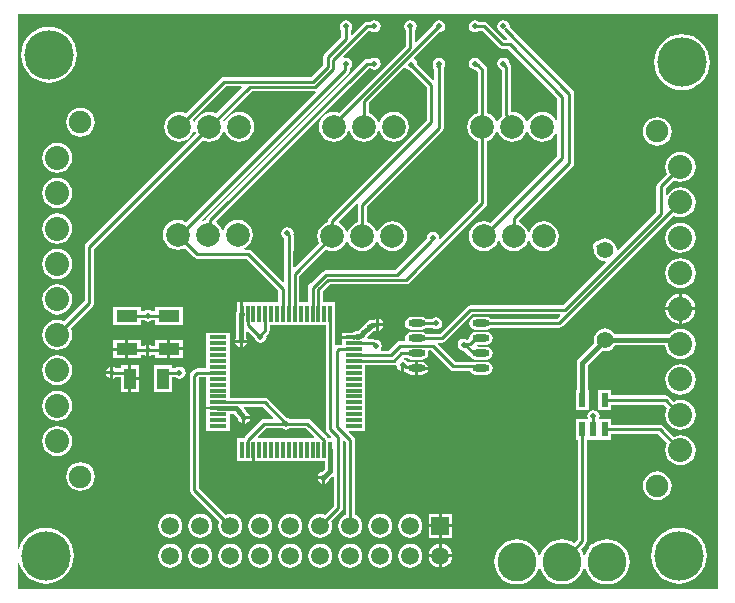
<source format=gtl>
G04*
G04 #@! TF.GenerationSoftware,Altium Limited,Altium Designer,20.0.9 (164)*
G04*
G04 Layer_Physical_Order=1*
G04 Layer_Color=255*
%FSLAX25Y25*%
%MOIN*%
G70*
G01*
G75*
%ADD12C,0.01000*%
%ADD19R,0.02362X0.04724*%
%ADD20O,0.05709X0.02362*%
%ADD21R,0.07165X0.04016*%
%ADD22R,0.05709X0.01181*%
%ADD23R,0.01181X0.05709*%
%ADD24R,0.04016X0.07165*%
%ADD40C,0.01500*%
%ADD41C,0.05512*%
%ADD42C,0.07874*%
%ADD43C,0.13000*%
%ADD44C,0.16500*%
%ADD45C,0.05906*%
%ADD46R,0.05906X0.05906*%
%ADD47C,0.07500*%
%ADD48C,0.08000*%
%ADD49C,0.02000*%
G36*
X234971Y1529D02*
X1529D01*
Y10133D01*
X2029Y10207D01*
X2413Y8943D01*
X3272Y7336D01*
X4428Y5928D01*
X5836Y4772D01*
X7443Y3913D01*
X9187Y3384D01*
X11000Y3205D01*
X12813Y3384D01*
X14557Y3913D01*
X16164Y4772D01*
X17572Y5928D01*
X18728Y7336D01*
X19587Y8943D01*
X20116Y10687D01*
X20295Y12500D01*
X20116Y14313D01*
X19587Y16057D01*
X18728Y17664D01*
X17572Y19072D01*
X16164Y20228D01*
X14557Y21087D01*
X12813Y21616D01*
X11000Y21795D01*
X9187Y21616D01*
X7443Y21087D01*
X5836Y20228D01*
X4428Y19072D01*
X3272Y17664D01*
X2413Y16057D01*
X2029Y14793D01*
X1529Y14867D01*
Y192971D01*
X234971D01*
Y1529D01*
D02*
G37*
%LPC*%
G36*
X163500Y191039D02*
X162720Y190884D01*
X162058Y190442D01*
X161616Y189780D01*
X161461Y189000D01*
X161616Y188220D01*
X162058Y187558D01*
X162720Y187116D01*
X162828Y187095D01*
X162999Y186839D01*
X164846Y184991D01*
X164655Y184529D01*
X163634D01*
X158081Y190081D01*
X157585Y190413D01*
X157000Y190529D01*
X155311D01*
X154780Y190884D01*
X154000Y191039D01*
X153220Y190884D01*
X152558Y190442D01*
X152116Y189780D01*
X151961Y189000D01*
X152116Y188220D01*
X152558Y187558D01*
X153220Y187116D01*
X154000Y186961D01*
X154780Y187116D01*
X155311Y187471D01*
X156367D01*
X161919Y181919D01*
X162415Y181587D01*
X163000Y181471D01*
X164919D01*
X181471Y164919D01*
Y157708D01*
X180971Y157608D01*
X180813Y157990D01*
X180021Y159021D01*
X178990Y159812D01*
X177789Y160310D01*
X176500Y160480D01*
X175211Y160310D01*
X174010Y159812D01*
X172979Y159021D01*
X172187Y157990D01*
X171771Y156983D01*
X171229D01*
X170812Y157990D01*
X170021Y159021D01*
X168990Y159812D01*
X167789Y160310D01*
X166500Y160480D01*
X166405Y160467D01*
X166029Y160797D01*
Y175414D01*
X165913Y175999D01*
X165581Y176496D01*
X165530Y176547D01*
X165384Y177280D01*
X164942Y177942D01*
X164280Y178384D01*
X163500Y178539D01*
X162720Y178384D01*
X162058Y177942D01*
X161616Y177280D01*
X161461Y176500D01*
X161616Y175720D01*
X162058Y175058D01*
X162720Y174616D01*
X162971Y174566D01*
Y159360D01*
X163030Y159061D01*
X162979Y159021D01*
X162188Y157990D01*
X161771Y156983D01*
X161229D01*
X160812Y157990D01*
X160021Y159021D01*
X158990Y159812D01*
X158029Y160210D01*
Y174500D01*
X157913Y175085D01*
X157581Y175581D01*
X156081Y177081D01*
X155899Y177203D01*
X155884Y177280D01*
X155442Y177942D01*
X154780Y178384D01*
X154000Y178539D01*
X153220Y178384D01*
X152558Y177942D01*
X152116Y177280D01*
X151961Y176500D01*
X152116Y175720D01*
X152558Y175058D01*
X153220Y174616D01*
X154000Y174461D01*
X154314Y174523D01*
X154971Y173866D01*
Y160210D01*
X154010Y159812D01*
X152979Y159021D01*
X152188Y157990D01*
X151690Y156789D01*
X151520Y155500D01*
X151690Y154211D01*
X152188Y153010D01*
X152979Y151979D01*
X154010Y151188D01*
X154971Y150790D01*
Y130633D01*
X142477Y118140D01*
X142017Y118387D01*
X142039Y118500D01*
X141884Y119280D01*
X141442Y119942D01*
X140780Y120384D01*
X140000Y120539D01*
X139220Y120384D01*
X138558Y119942D01*
X138116Y119280D01*
X137961Y118500D01*
X138023Y118186D01*
X127466Y107629D01*
X104337D01*
X103752Y107513D01*
X103256Y107181D01*
X99364Y103289D01*
X99273Y103271D01*
X98777Y102940D01*
X98445Y102444D01*
X98329Y101858D01*
Y96992D01*
X95482D01*
Y105819D01*
X104251Y114588D01*
X105211Y114190D01*
X106500Y114020D01*
X107789Y114190D01*
X108990Y114688D01*
X110021Y115479D01*
X110812Y116510D01*
X111229Y117517D01*
X111771D01*
X112188Y116510D01*
X112979Y115479D01*
X114010Y114688D01*
X115211Y114190D01*
X116500Y114020D01*
X117789Y114190D01*
X118990Y114688D01*
X120021Y115479D01*
X120812Y116510D01*
X121229Y117517D01*
X121771D01*
X122187Y116510D01*
X122979Y115479D01*
X124010Y114688D01*
X125211Y114190D01*
X126500Y114020D01*
X127789Y114190D01*
X128990Y114688D01*
X130021Y115479D01*
X130813Y116510D01*
X131310Y117711D01*
X131480Y119000D01*
X131310Y120289D01*
X130813Y121490D01*
X130021Y122521D01*
X128990Y123312D01*
X127789Y123810D01*
X126500Y123980D01*
X125211Y123810D01*
X124010Y123312D01*
X122979Y122521D01*
X122187Y121490D01*
X121771Y120483D01*
X121229D01*
X120812Y121490D01*
X120021Y122521D01*
X118990Y123312D01*
X118029Y123710D01*
Y128867D01*
X143081Y153919D01*
X143413Y154415D01*
X143529Y155000D01*
Y175189D01*
X143884Y175720D01*
X144039Y176500D01*
X143884Y177280D01*
X143442Y177942D01*
X142780Y178384D01*
X142000Y178539D01*
X141220Y178384D01*
X140558Y177942D01*
X140116Y177280D01*
X139961Y176500D01*
X140042Y176090D01*
X139971Y175729D01*
X140087Y175144D01*
X140419Y174648D01*
X140471Y174613D01*
Y171346D01*
X140009Y171154D01*
X134776Y176387D01*
X134652Y177013D01*
X134210Y177674D01*
X133811Y177941D01*
X133717Y178554D01*
X142154Y186992D01*
X142780Y187116D01*
X143442Y187558D01*
X143884Y188220D01*
X144039Y189000D01*
X143884Y189780D01*
X143442Y190442D01*
X142780Y190884D01*
X142000Y191039D01*
X141220Y190884D01*
X140558Y190442D01*
X140116Y189780D01*
X139991Y189154D01*
X134491Y183654D01*
X134029Y183846D01*
Y187689D01*
X134384Y188220D01*
X134539Y189000D01*
X134384Y189780D01*
X133942Y190442D01*
X133280Y190884D01*
X132500Y191039D01*
X131720Y190884D01*
X131058Y190442D01*
X130616Y189780D01*
X130461Y189000D01*
X130616Y188220D01*
X130971Y187689D01*
Y182396D01*
X108710Y160135D01*
X108289Y160310D01*
X107000Y160480D01*
X105711Y160310D01*
X104510Y159812D01*
X103479Y159021D01*
X102688Y157990D01*
X102190Y156789D01*
X102020Y155500D01*
X102190Y154211D01*
X102688Y153010D01*
X103479Y151979D01*
X104510Y151188D01*
X105711Y150690D01*
X107000Y150520D01*
X108289Y150690D01*
X109490Y151188D01*
X110521Y151979D01*
X111312Y153010D01*
X111729Y154017D01*
X112271D01*
X112688Y153010D01*
X113479Y151979D01*
X114510Y151188D01*
X115711Y150690D01*
X117000Y150520D01*
X118289Y150690D01*
X119490Y151188D01*
X120521Y151979D01*
X121312Y153010D01*
X121729Y154017D01*
X122271D01*
X122687Y153010D01*
X123479Y151979D01*
X124510Y151188D01*
X125711Y150690D01*
X127000Y150520D01*
X128289Y150690D01*
X129490Y151188D01*
X130521Y151979D01*
X131313Y153010D01*
X131810Y154211D01*
X131980Y155500D01*
X131810Y156789D01*
X131313Y157990D01*
X130521Y159021D01*
X129490Y159812D01*
X128289Y160310D01*
X127000Y160480D01*
X125711Y160310D01*
X124510Y159812D01*
X123479Y159021D01*
X122687Y157990D01*
X122271Y156983D01*
X121729D01*
X121312Y157990D01*
X120521Y159021D01*
X119490Y159812D01*
X118529Y160210D01*
Y163366D01*
X130446Y175283D01*
X131059Y175189D01*
X131326Y174790D01*
X131987Y174348D01*
X132613Y174224D01*
X137971Y168867D01*
Y157633D01*
X105419Y125081D01*
X105087Y124585D01*
X104971Y124000D01*
Y123710D01*
X104010Y123312D01*
X102979Y122521D01*
X102188Y121490D01*
X101690Y120289D01*
X101520Y119000D01*
X101690Y117711D01*
X102088Y116751D01*
X93985Y108648D01*
X93523Y108839D01*
X93529Y119499D01*
X93484Y119725D01*
X93539Y120000D01*
X93384Y120780D01*
X92942Y121442D01*
X92280Y121884D01*
X91500Y122039D01*
X90720Y121884D01*
X90058Y121442D01*
X89616Y120780D01*
X89461Y120000D01*
X89616Y119220D01*
X90058Y118558D01*
X90470Y118283D01*
X90461Y103855D01*
X89999Y103664D01*
X79581Y114081D01*
X79085Y114413D01*
X78500Y114529D01*
X77207D01*
X77108Y115029D01*
X77490Y115188D01*
X78521Y115979D01*
X79312Y117010D01*
X79810Y118211D01*
X79980Y119500D01*
X79810Y120789D01*
X79312Y121990D01*
X78521Y123021D01*
X77490Y123812D01*
X76289Y124310D01*
X75000Y124480D01*
X73711Y124310D01*
X72510Y123812D01*
X71479Y123021D01*
X70688Y121990D01*
X70271Y120983D01*
X69729D01*
X69313Y121990D01*
X68521Y123021D01*
X67882Y123512D01*
X67838Y124175D01*
X118633Y174971D01*
X119189D01*
X119720Y174616D01*
X120500Y174461D01*
X121280Y174616D01*
X121942Y175058D01*
X122384Y175720D01*
X122539Y176500D01*
X122384Y177280D01*
X121942Y177942D01*
X121280Y178384D01*
X120500Y178539D01*
X119720Y178384D01*
X119189Y178029D01*
X118000D01*
X117415Y177913D01*
X116919Y177581D01*
X64763Y125426D01*
X64432Y124930D01*
X64324Y124391D01*
X63711Y124310D01*
X63296Y124138D01*
X63013Y124562D01*
X111890Y173439D01*
X112222Y173935D01*
X112338Y174521D01*
Y174620D01*
X112356Y174709D01*
Y175001D01*
X112442Y175058D01*
X112884Y175720D01*
X113039Y176500D01*
X112884Y177280D01*
X112442Y177942D01*
X111780Y178384D01*
X111000Y178539D01*
X110263Y178393D01*
X110234Y178415D01*
X110120Y178958D01*
X118633Y187471D01*
X119189D01*
X119720Y187116D01*
X120500Y186961D01*
X121280Y187116D01*
X121942Y187558D01*
X122384Y188220D01*
X122539Y189000D01*
X122384Y189780D01*
X121942Y190442D01*
X121280Y190884D01*
X120500Y191039D01*
X119720Y190884D01*
X119189Y190529D01*
X118000D01*
X117415Y190413D01*
X116919Y190081D01*
X112991Y186154D01*
X112529Y186346D01*
Y187689D01*
X112884Y188220D01*
X113039Y189000D01*
X112884Y189780D01*
X112442Y190442D01*
X111780Y190884D01*
X111000Y191039D01*
X110220Y190884D01*
X109558Y190442D01*
X109116Y189780D01*
X108961Y189000D01*
X109116Y188220D01*
X109471Y187689D01*
Y185480D01*
X103919Y179928D01*
X103587Y179431D01*
X103471Y178846D01*
Y176134D01*
X99366Y172029D01*
X70500D01*
X69915Y171913D01*
X69419Y171581D01*
X57749Y159912D01*
X56789Y160310D01*
X55500Y160480D01*
X54211Y160310D01*
X53010Y159812D01*
X51979Y159021D01*
X51187Y157990D01*
X50690Y156789D01*
X50520Y155500D01*
X50690Y154211D01*
X51187Y153010D01*
X51979Y151979D01*
X53010Y151188D01*
X54211Y150690D01*
X55500Y150520D01*
X56789Y150690D01*
X57990Y151188D01*
X59021Y151979D01*
X59812Y153010D01*
X60229Y154017D01*
X60771D01*
X61088Y153251D01*
X24419Y116581D01*
X24087Y116085D01*
X23971Y115500D01*
Y97484D01*
X17081Y90594D01*
X16089Y91005D01*
X14783Y91177D01*
X13478Y91005D01*
X12262Y90501D01*
X11217Y89700D01*
X10416Y88655D01*
X9912Y87439D01*
X9740Y86134D01*
X9912Y84829D01*
X10416Y83612D01*
X11217Y82568D01*
X12262Y81766D01*
X13478Y81262D01*
X14783Y81091D01*
X16089Y81262D01*
X17305Y81766D01*
X18349Y82568D01*
X19151Y83612D01*
X19655Y84829D01*
X19827Y86134D01*
X19655Y87439D01*
X19244Y88431D01*
X26581Y95769D01*
X26913Y96265D01*
X27029Y96850D01*
Y114866D01*
X63251Y151088D01*
X64211Y150690D01*
X65500Y150520D01*
X66789Y150690D01*
X67990Y151188D01*
X69021Y151979D01*
X69813Y153010D01*
X70229Y154017D01*
X70771D01*
X71188Y153010D01*
X71979Y151979D01*
X73010Y151188D01*
X74211Y150690D01*
X75500Y150520D01*
X76789Y150690D01*
X77990Y151188D01*
X79021Y151979D01*
X79813Y153010D01*
X80310Y154211D01*
X80480Y155500D01*
X80310Y156789D01*
X79813Y157990D01*
X79021Y159021D01*
X77990Y159812D01*
X76789Y160310D01*
X75500Y160480D01*
X74211Y160310D01*
X73010Y159812D01*
X71979Y159021D01*
X71188Y157990D01*
X70771Y156983D01*
X70229D01*
X69912Y157749D01*
X79533Y167371D01*
X100663D01*
X100820Y167402D01*
X101067Y166941D01*
X57743Y123618D01*
X57490Y123812D01*
X56289Y124310D01*
X55000Y124480D01*
X53711Y124310D01*
X52510Y123812D01*
X51479Y123021D01*
X50687Y121990D01*
X50190Y120789D01*
X50020Y119500D01*
X50190Y118211D01*
X50687Y117010D01*
X51479Y115979D01*
X52510Y115188D01*
X53711Y114690D01*
X55000Y114520D01*
X56289Y114690D01*
X57249Y115088D01*
X60419Y111919D01*
X60915Y111587D01*
X61500Y111471D01*
X77867D01*
X88486Y100851D01*
Y96992D01*
X76614D01*
Y93138D01*
X75736D01*
Y96992D01*
X74646D01*
Y93986D01*
X74428Y93661D01*
X74292Y92978D01*
Y90693D01*
X74268Y90570D01*
Y84982D01*
X74168Y84833D01*
X74112Y84552D01*
X77992D01*
X77936Y84833D01*
X77836Y84982D01*
Y87097D01*
X78298Y87289D01*
X80554Y85034D01*
X80616Y84720D01*
X81058Y84058D01*
X81720Y83616D01*
X82500Y83461D01*
X83280Y83616D01*
X83942Y84058D01*
X84384Y84720D01*
X84539Y85500D01*
X84477Y85814D01*
X85192Y86529D01*
X85523Y87025D01*
X85640Y87610D01*
Y89284D01*
X104234D01*
Y54736D01*
X104351Y54151D01*
X104682Y53655D01*
X106159Y52179D01*
X105967Y51717D01*
X105020D01*
X104786Y52066D01*
X99271Y57581D01*
X98775Y57913D01*
X98190Y58029D01*
X92311D01*
X91780Y58384D01*
X91154Y58508D01*
X84971Y64692D01*
X84475Y65023D01*
X83890Y65140D01*
X72216D01*
Y67925D01*
Y71862D01*
Y75799D01*
Y79736D01*
Y83673D01*
Y86854D01*
X64508D01*
Y83673D01*
Y79736D01*
Y74982D01*
X61453D01*
X60868Y74866D01*
X60371Y74534D01*
X59419Y73581D01*
X59087Y73085D01*
X58971Y72500D01*
Y34500D01*
X59087Y33915D01*
X59419Y33419D01*
X68841Y23996D01*
X68649Y23532D01*
X68513Y22500D01*
X68649Y21468D01*
X69047Y20507D01*
X69681Y19681D01*
X70507Y19047D01*
X71468Y18649D01*
X72500Y18513D01*
X73532Y18649D01*
X74493Y19047D01*
X75319Y19681D01*
X75953Y20507D01*
X76351Y21468D01*
X76487Y22500D01*
X76351Y23532D01*
X75953Y24493D01*
X75319Y25319D01*
X74493Y25953D01*
X73532Y26351D01*
X72500Y26487D01*
X71468Y26351D01*
X71004Y26159D01*
X62029Y35133D01*
Y71867D01*
X62086Y71923D01*
X64508D01*
Y69894D01*
Y65957D01*
Y62020D01*
Y62019D01*
X68362D01*
Y61264D01*
X64508D01*
Y58083D01*
Y54146D01*
X72216D01*
Y56114D01*
Y59857D01*
X73619D01*
X74963Y58513D01*
X74961Y58500D01*
X75116Y57720D01*
X75558Y57058D01*
X76220Y56616D01*
X76500Y56560D01*
Y58500D01*
X77000D01*
Y59000D01*
X78940D01*
X78884Y59280D01*
X78442Y59942D01*
X78159Y60131D01*
X78149Y60183D01*
X77762Y60762D01*
X76904Y61619D01*
X77096Y62081D01*
X83256D01*
X86846Y58491D01*
X86654Y58029D01*
X83811D01*
X83225Y57913D01*
X82729Y57581D01*
X77214Y52066D01*
X76980Y51717D01*
X74646D01*
Y44008D01*
X79796D01*
Y47805D01*
X79807Y47862D01*
X80551D01*
Y44008D01*
X103980D01*
Y41503D01*
X102896Y40419D01*
X102720Y40384D01*
X102058Y39942D01*
X101616Y39280D01*
X101560Y39000D01*
X103500D01*
Y38500D01*
X104000D01*
Y36560D01*
X104280Y36616D01*
X104942Y37058D01*
X105384Y37720D01*
X105419Y37896D01*
X106509Y38985D01*
X106971Y38794D01*
Y29133D01*
X103996Y26159D01*
X103532Y26351D01*
X102500Y26487D01*
X101468Y26351D01*
X100507Y25953D01*
X99681Y25319D01*
X99047Y24493D01*
X98649Y23532D01*
X98513Y22500D01*
X98649Y21468D01*
X99047Y20507D01*
X99681Y19681D01*
X100507Y19047D01*
X101468Y18649D01*
X102500Y18513D01*
X103532Y18649D01*
X104493Y19047D01*
X105319Y19681D01*
X105953Y20507D01*
X106351Y21468D01*
X106487Y22500D01*
X106351Y23532D01*
X106159Y23996D01*
X109581Y27419D01*
X109913Y27915D01*
X110029Y28500D01*
Y50654D01*
X110491Y50846D01*
X110971Y50366D01*
Y26145D01*
X110507Y25953D01*
X109681Y25319D01*
X109047Y24493D01*
X108649Y23532D01*
X108513Y22500D01*
X108649Y21468D01*
X109047Y20507D01*
X109681Y19681D01*
X110507Y19047D01*
X111468Y18649D01*
X112500Y18513D01*
X113532Y18649D01*
X114493Y19047D01*
X115319Y19681D01*
X115953Y20507D01*
X116351Y21468D01*
X116487Y22500D01*
X116351Y23532D01*
X115953Y24493D01*
X115319Y25319D01*
X114493Y25953D01*
X114029Y26145D01*
Y51000D01*
X113913Y51585D01*
X113581Y52081D01*
X111979Y53684D01*
X112171Y54146D01*
X117492D01*
Y56114D01*
Y60051D01*
Y63988D01*
Y67925D01*
Y71862D01*
Y75971D01*
X127000D01*
X127477Y76065D01*
X127527Y76059D01*
X127848Y75888D01*
X128007Y75767D01*
X128116Y75220D01*
X128558Y74558D01*
X129220Y74116D01*
X129500Y74060D01*
Y76000D01*
X130500D01*
Y73833D01*
X131010Y73731D01*
X131095D01*
X131298Y73427D01*
X132019Y72945D01*
X132870Y72776D01*
X134043D01*
Y75000D01*
Y77224D01*
X132870D01*
X132019Y77055D01*
X131799Y76907D01*
X131442Y77442D01*
X130780Y77884D01*
X130345Y77971D01*
X130394Y78471D01*
X131269D01*
X131298Y78427D01*
X132019Y77946D01*
X132870Y77776D01*
X136217D01*
X137068Y77946D01*
X137789Y78427D01*
X138271Y79149D01*
X138441Y80000D01*
X138347Y80471D01*
X138747Y80971D01*
X139289D01*
X145711Y74548D01*
X146208Y74216D01*
X146793Y74100D01*
X152305D01*
X152754Y73427D01*
X153476Y72945D01*
X154327Y72776D01*
X157673D01*
X158524Y72945D01*
X159246Y73427D01*
X159728Y74149D01*
X159897Y75000D01*
X159728Y75851D01*
X159246Y76573D01*
X158524Y77055D01*
X157673Y77224D01*
X154327D01*
X153999Y77159D01*
X147426D01*
X141576Y83009D01*
X141768Y83471D01*
X143000D01*
X143585Y83587D01*
X144081Y83919D01*
X153119Y92956D01*
X182328D01*
X182520Y92494D01*
X181555Y91529D01*
X159274D01*
X159246Y91572D01*
X158524Y92054D01*
X157673Y92224D01*
X154327D01*
X153476Y92054D01*
X152754Y91572D01*
X152272Y90851D01*
X152103Y90000D01*
X152272Y89149D01*
X152754Y88428D01*
X153476Y87945D01*
X154327Y87776D01*
X157673D01*
X158524Y87945D01*
X159246Y88428D01*
X159274Y88471D01*
X182189D01*
X182774Y88587D01*
X183270Y88919D01*
X220203Y125851D01*
X221195Y125440D01*
X222500Y125268D01*
X223805Y125440D01*
X225022Y125944D01*
X226066Y126745D01*
X226868Y127789D01*
X227371Y129006D01*
X227543Y130311D01*
X227371Y131616D01*
X226868Y132833D01*
X226066Y133877D01*
X225022Y134678D01*
X223805Y135182D01*
X222500Y135354D01*
X221195Y135182D01*
X219978Y134678D01*
X218934Y133877D01*
X218132Y132833D01*
X218029Y132584D01*
X217529Y132683D01*
Y134988D01*
X220203Y137662D01*
X221195Y137251D01*
X222500Y137079D01*
X223805Y137251D01*
X225022Y137754D01*
X226066Y138556D01*
X226868Y139600D01*
X227371Y140817D01*
X227543Y142122D01*
X227371Y143427D01*
X226868Y144644D01*
X226066Y145688D01*
X225022Y146490D01*
X223805Y146993D01*
X222500Y147165D01*
X221195Y146993D01*
X219978Y146490D01*
X218934Y145688D01*
X218132Y144644D01*
X217629Y143427D01*
X217457Y142122D01*
X217629Y140817D01*
X218040Y139824D01*
X214919Y136703D01*
X214587Y136207D01*
X214471Y135622D01*
Y127134D01*
X201741Y114404D01*
X201270Y114640D01*
X201159Y115480D01*
X200781Y116394D01*
X200179Y117179D01*
X199394Y117781D01*
X198480Y118159D01*
X197500Y118288D01*
X196519Y118159D01*
X195606Y117781D01*
X194965Y117289D01*
X194741D01*
X194155Y117172D01*
X193659Y116841D01*
X193328Y116345D01*
X193211Y115759D01*
X193328Y115174D01*
X193659Y114678D01*
X193729Y114631D01*
X193712Y114500D01*
X193841Y113520D01*
X194219Y112606D01*
X194821Y111821D01*
X195606Y111219D01*
X196519Y110841D01*
X197360Y110730D01*
X197596Y110259D01*
X183352Y96014D01*
X152485D01*
X151900Y95898D01*
X151403Y95566D01*
X142367Y86529D01*
X137818D01*
X137789Y86572D01*
X137068Y87055D01*
X136217Y87224D01*
X132870D01*
X132019Y87055D01*
X131298Y86572D01*
X130816Y85851D01*
X130646Y85000D01*
X130740Y84529D01*
X130340Y84029D01*
X129000D01*
X128415Y83913D01*
X127919Y83581D01*
X125225Y80888D01*
X122848D01*
X122581Y81388D01*
X122821Y81747D01*
X122976Y82527D01*
X122821Y83308D01*
X122379Y83969D01*
X121717Y84411D01*
X120937Y84567D01*
X120751Y84530D01*
X120484Y84708D01*
X119899Y84825D01*
X118239D01*
X118010Y85248D01*
X118229Y85649D01*
X118230Y85649D01*
X118248Y85695D01*
X118574Y86050D01*
X120062Y87539D01*
X120103Y87555D01*
X120629Y87660D01*
X120641Y87668D01*
X120720Y87616D01*
X121000Y87560D01*
Y89500D01*
Y91440D01*
X120720Y91384D01*
X120207Y91041D01*
X119947Y91093D01*
X119930D01*
X119928Y91092D01*
X119925Y91093D01*
X119918Y91093D01*
X119806Y91070D01*
X119082Y90975D01*
X118291Y90648D01*
X117680Y90179D01*
X117606Y90129D01*
X115678Y88201D01*
X115678Y88201D01*
Y88201D01*
X115360Y87833D01*
X114939Y87264D01*
X114670Y87282D01*
X114565Y87268D01*
X114453Y87283D01*
X113605Y87171D01*
X112840Y86854D01*
X109783D01*
Y85764D01*
X113638D01*
Y84886D01*
X109783D01*
Y82856D01*
X108586D01*
X108001Y82740D01*
X107793Y82601D01*
X107293Y82868D01*
Y89284D01*
X107354D01*
Y96992D01*
X103356D01*
Y100693D01*
X105633Y102971D01*
X131000D01*
X131585Y103087D01*
X132081Y103419D01*
X157581Y128919D01*
X157913Y129415D01*
X158029Y130000D01*
Y150790D01*
X158990Y151188D01*
X160021Y151979D01*
X160812Y153010D01*
X161229Y154017D01*
X161771D01*
X162188Y153010D01*
X162979Y151979D01*
X164010Y151188D01*
X165211Y150690D01*
X166500Y150520D01*
X167789Y150690D01*
X168990Y151188D01*
X170021Y151979D01*
X170812Y153010D01*
X171229Y154017D01*
X171771D01*
X172187Y153010D01*
X172979Y151979D01*
X174010Y151188D01*
X175211Y150690D01*
X176500Y150520D01*
X177789Y150690D01*
X178990Y151188D01*
X180021Y151979D01*
X180813Y153010D01*
X180971Y153392D01*
X181471Y153293D01*
Y145633D01*
X159249Y123412D01*
X158289Y123810D01*
X157000Y123980D01*
X155711Y123810D01*
X154510Y123312D01*
X153479Y122521D01*
X152688Y121490D01*
X152190Y120289D01*
X152020Y119000D01*
X152190Y117711D01*
X152688Y116510D01*
X153479Y115479D01*
X154510Y114688D01*
X155711Y114190D01*
X157000Y114020D01*
X158289Y114190D01*
X159490Y114688D01*
X160521Y115479D01*
X161312Y116510D01*
X161729Y117517D01*
X162271D01*
X162688Y116510D01*
X163479Y115479D01*
X164510Y114688D01*
X165711Y114190D01*
X167000Y114020D01*
X168289Y114190D01*
X169490Y114688D01*
X170521Y115479D01*
X171312Y116510D01*
X171729Y117517D01*
X172271D01*
X172687Y116510D01*
X173479Y115479D01*
X174510Y114688D01*
X175711Y114190D01*
X177000Y114020D01*
X178289Y114190D01*
X179490Y114688D01*
X180521Y115479D01*
X181313Y116510D01*
X181810Y117711D01*
X181980Y119000D01*
X181810Y120289D01*
X181313Y121490D01*
X180521Y122521D01*
X179490Y123312D01*
X178289Y123810D01*
X177000Y123980D01*
X175711Y123810D01*
X174510Y123312D01*
X173479Y122521D01*
X172687Y121490D01*
X172271Y120483D01*
X171729D01*
X171312Y121490D01*
X170521Y122521D01*
X169490Y123312D01*
X168529Y123710D01*
Y124297D01*
X186581Y142349D01*
X186913Y142845D01*
X187029Y143430D01*
Y166500D01*
X186913Y167085D01*
X186581Y167581D01*
X165477Y188686D01*
X165539Y189000D01*
X165384Y189780D01*
X164942Y190442D01*
X164280Y190884D01*
X163500Y191039D01*
D02*
G37*
G36*
X12000Y188795D02*
X10187Y188616D01*
X8443Y188087D01*
X6836Y187228D01*
X5428Y186072D01*
X4272Y184664D01*
X3413Y183057D01*
X2884Y181313D01*
X2705Y179500D01*
X2884Y177687D01*
X3413Y175943D01*
X4272Y174336D01*
X5428Y172928D01*
X6836Y171772D01*
X8443Y170913D01*
X10187Y170384D01*
X12000Y170205D01*
X13813Y170384D01*
X15557Y170913D01*
X17164Y171772D01*
X18572Y172928D01*
X19728Y174336D01*
X20587Y175943D01*
X21116Y177687D01*
X21295Y179500D01*
X21116Y181313D01*
X20587Y183057D01*
X19728Y184664D01*
X18572Y186072D01*
X17164Y187228D01*
X15557Y188087D01*
X13813Y188616D01*
X12000Y188795D01*
D02*
G37*
G36*
X223000Y186295D02*
X221187Y186116D01*
X219443Y185587D01*
X217836Y184728D01*
X216428Y183572D01*
X215272Y182164D01*
X214413Y180557D01*
X213884Y178813D01*
X213705Y177000D01*
X213884Y175187D01*
X214413Y173443D01*
X215272Y171836D01*
X216428Y170428D01*
X217836Y169272D01*
X219443Y168413D01*
X221187Y167884D01*
X223000Y167705D01*
X224813Y167884D01*
X226557Y168413D01*
X228164Y169272D01*
X229572Y170428D01*
X230728Y171836D01*
X231587Y173443D01*
X232116Y175187D01*
X232295Y177000D01*
X232116Y178813D01*
X231587Y180557D01*
X230728Y182164D01*
X229572Y183572D01*
X228164Y184728D01*
X226557Y185587D01*
X224813Y186116D01*
X223000Y186295D01*
D02*
G37*
G36*
X22500Y161791D02*
X21260Y161628D01*
X20105Y161149D01*
X19112Y160388D01*
X18351Y159396D01*
X17872Y158240D01*
X17709Y157000D01*
X17872Y155760D01*
X18351Y154604D01*
X19112Y153612D01*
X20105Y152851D01*
X21260Y152372D01*
X22500Y152209D01*
X23740Y152372D01*
X24895Y152851D01*
X25888Y153612D01*
X26649Y154604D01*
X27128Y155760D01*
X27291Y157000D01*
X27128Y158240D01*
X26649Y159396D01*
X25888Y160388D01*
X24895Y161149D01*
X23740Y161628D01*
X22500Y161791D01*
D02*
G37*
G36*
X214783Y158724D02*
X213543Y158561D01*
X212388Y158082D01*
X211396Y157321D01*
X210634Y156328D01*
X210156Y155173D01*
X209992Y153933D01*
X210156Y152693D01*
X210634Y151538D01*
X211396Y150545D01*
X212388Y149784D01*
X213543Y149305D01*
X214783Y149142D01*
X216023Y149305D01*
X217179Y149784D01*
X218171Y150545D01*
X218933Y151538D01*
X219411Y152693D01*
X219574Y153933D01*
X219411Y155173D01*
X218933Y156328D01*
X218171Y157321D01*
X217179Y158082D01*
X216023Y158561D01*
X214783Y158724D01*
D02*
G37*
G36*
X14783Y150232D02*
X13478Y150060D01*
X12262Y149556D01*
X11217Y148755D01*
X10416Y147710D01*
X9912Y146494D01*
X9740Y145189D01*
X9912Y143884D01*
X10416Y142667D01*
X11217Y141623D01*
X12262Y140821D01*
X13478Y140317D01*
X14783Y140146D01*
X16089Y140317D01*
X17305Y140821D01*
X18349Y141623D01*
X19151Y142667D01*
X19655Y143884D01*
X19827Y145189D01*
X19655Y146494D01*
X19151Y147710D01*
X18349Y148755D01*
X17305Y149556D01*
X16089Y150060D01*
X14783Y150232D01*
D02*
G37*
G36*
Y138421D02*
X13478Y138249D01*
X12262Y137745D01*
X11217Y136944D01*
X10416Y135899D01*
X9912Y134683D01*
X9740Y133378D01*
X9912Y132072D01*
X10416Y130856D01*
X11217Y129812D01*
X12262Y129010D01*
X13478Y128507D01*
X14783Y128335D01*
X16089Y128507D01*
X17305Y129010D01*
X18349Y129812D01*
X19151Y130856D01*
X19655Y132072D01*
X19827Y133378D01*
X19655Y134683D01*
X19151Y135899D01*
X18349Y136944D01*
X17305Y137745D01*
X16089Y138249D01*
X14783Y138421D01*
D02*
G37*
G36*
Y126610D02*
X13478Y126438D01*
X12262Y125934D01*
X11217Y125133D01*
X10416Y124088D01*
X9912Y122872D01*
X9740Y121567D01*
X9912Y120262D01*
X10416Y119045D01*
X11217Y118001D01*
X12262Y117199D01*
X13478Y116695D01*
X14783Y116524D01*
X16089Y116695D01*
X17305Y117199D01*
X18349Y118001D01*
X19151Y119045D01*
X19655Y120262D01*
X19827Y121567D01*
X19655Y122872D01*
X19151Y124088D01*
X18349Y125133D01*
X17305Y125934D01*
X16089Y126438D01*
X14783Y126610D01*
D02*
G37*
G36*
X222500Y123543D02*
X221195Y123371D01*
X219978Y122868D01*
X218934Y122066D01*
X218132Y121022D01*
X217629Y119805D01*
X217457Y118500D01*
X217629Y117195D01*
X218132Y115978D01*
X218934Y114934D01*
X219978Y114132D01*
X221195Y113629D01*
X222500Y113457D01*
X223805Y113629D01*
X225022Y114132D01*
X226066Y114934D01*
X226868Y115978D01*
X227371Y117195D01*
X227543Y118500D01*
X227371Y119805D01*
X226868Y121022D01*
X226066Y122066D01*
X225022Y122868D01*
X223805Y123371D01*
X222500Y123543D01*
D02*
G37*
G36*
X14783Y114799D02*
X13478Y114627D01*
X12262Y114123D01*
X11217Y113322D01*
X10416Y112277D01*
X9912Y111061D01*
X9740Y109756D01*
X9912Y108450D01*
X10416Y107234D01*
X11217Y106190D01*
X12262Y105388D01*
X13478Y104885D01*
X14783Y104713D01*
X16089Y104885D01*
X17305Y105388D01*
X18349Y106190D01*
X19151Y107234D01*
X19655Y108450D01*
X19827Y109756D01*
X19655Y111061D01*
X19151Y112277D01*
X18349Y113322D01*
X17305Y114123D01*
X16089Y114627D01*
X14783Y114799D01*
D02*
G37*
G36*
X222500Y111732D02*
X221195Y111560D01*
X219978Y111056D01*
X218934Y110255D01*
X218132Y109211D01*
X217629Y107994D01*
X217457Y106689D01*
X217629Y105384D01*
X218132Y104167D01*
X218934Y103123D01*
X219978Y102322D01*
X221195Y101818D01*
X222500Y101646D01*
X223805Y101818D01*
X225022Y102322D01*
X226066Y103123D01*
X226868Y104167D01*
X227371Y105384D01*
X227543Y106689D01*
X227371Y107994D01*
X226868Y109211D01*
X226066Y110255D01*
X225022Y111056D01*
X223805Y111560D01*
X222500Y111732D01*
D02*
G37*
G36*
X223000Y99855D02*
Y95378D01*
X227477D01*
X227371Y96183D01*
X226868Y97400D01*
X226066Y98444D01*
X225022Y99246D01*
X223805Y99749D01*
X223000Y99855D01*
D02*
G37*
G36*
X222000D02*
X221195Y99749D01*
X219978Y99246D01*
X218934Y98444D01*
X218132Y97400D01*
X217629Y96183D01*
X217523Y95378D01*
X222000D01*
Y99855D01*
D02*
G37*
G36*
X56583Y95520D02*
X47417D01*
Y94029D01*
X46311D01*
X45780Y94384D01*
X45000Y94539D01*
X44220Y94384D01*
X43689Y94029D01*
X42583D01*
Y95358D01*
X33417D01*
Y89343D01*
X42583D01*
Y90971D01*
X43689D01*
X44220Y90616D01*
X45000Y90461D01*
X45780Y90616D01*
X46311Y90971D01*
X47417D01*
Y89504D01*
X56583D01*
Y95520D01*
D02*
G37*
G36*
X14783Y102988D02*
X13478Y102816D01*
X12262Y102312D01*
X11217Y101511D01*
X10416Y100466D01*
X9912Y99250D01*
X9740Y97945D01*
X9912Y96640D01*
X10416Y95423D01*
X11217Y94379D01*
X12262Y93577D01*
X13478Y93073D01*
X14783Y92902D01*
X16089Y93073D01*
X17305Y93577D01*
X18349Y94379D01*
X19151Y95423D01*
X19655Y96640D01*
X19827Y97945D01*
X19655Y99250D01*
X19151Y100466D01*
X18349Y101511D01*
X17305Y102312D01*
X16089Y102816D01*
X14783Y102988D01*
D02*
G37*
G36*
X122000Y91440D02*
Y90000D01*
X123440D01*
X123384Y90280D01*
X122942Y90942D01*
X122280Y91384D01*
X122000Y91440D01*
D02*
G37*
G36*
X227477Y94378D02*
X223000D01*
Y89901D01*
X223805Y90007D01*
X225022Y90510D01*
X226066Y91312D01*
X226868Y92356D01*
X227371Y93573D01*
X227477Y94378D01*
D02*
G37*
G36*
X222000D02*
X217523D01*
X217629Y93573D01*
X218132Y92356D01*
X218934Y91312D01*
X219978Y90510D01*
X221195Y90007D01*
X222000Y89901D01*
Y94378D01*
D02*
G37*
G36*
X136217Y92224D02*
X132870D01*
X132019Y92054D01*
X131298Y91572D01*
X130816Y90851D01*
X130646Y90000D01*
X130816Y89149D01*
X131298Y88428D01*
X132019Y87945D01*
X132870Y87776D01*
X136217D01*
X137068Y87945D01*
X137789Y88428D01*
X137818Y88471D01*
X139689D01*
X140220Y88116D01*
X141000Y87961D01*
X141780Y88116D01*
X142442Y88558D01*
X142884Y89220D01*
X143039Y90000D01*
X142884Y90780D01*
X142442Y91442D01*
X141780Y91884D01*
X141000Y92039D01*
X140220Y91884D01*
X139689Y91529D01*
X137818D01*
X137789Y91572D01*
X137068Y92054D01*
X136217Y92224D01*
D02*
G37*
G36*
X123440Y89000D02*
X122000D01*
Y87560D01*
X122280Y87616D01*
X122942Y88058D01*
X123384Y88720D01*
X123440Y89000D01*
D02*
G37*
G36*
X157673Y87224D02*
X154327D01*
X153476Y87055D01*
X152754Y86572D01*
X152272Y85851D01*
X152103Y85000D01*
X152113Y84949D01*
X151693Y84529D01*
X151259D01*
X151015Y84693D01*
X150234Y84848D01*
X149454Y84693D01*
X148792Y84251D01*
X148350Y83589D01*
X148195Y82809D01*
X148350Y82028D01*
X148792Y81367D01*
X149454Y80925D01*
X150234Y80769D01*
X150512Y80825D01*
X152158Y79179D01*
X152328Y79066D01*
X152754Y78427D01*
X153476Y77946D01*
X154327Y77776D01*
X157673D01*
X158524Y77946D01*
X159246Y78427D01*
X159728Y79149D01*
X159897Y80000D01*
X159728Y80851D01*
X159246Y81573D01*
X158524Y82055D01*
X157673Y82224D01*
X154910D01*
X154638Y82580D01*
X154628Y82724D01*
X154697Y82776D01*
X157673D01*
X158524Y82946D01*
X159246Y83428D01*
X159728Y84149D01*
X159897Y85000D01*
X159728Y85851D01*
X159246Y86572D01*
X158524Y87055D01*
X157673Y87224D01*
D02*
G37*
G36*
X51500Y84496D02*
X47417D01*
Y82529D01*
X46311D01*
X45780Y82884D01*
X45500Y82940D01*
Y81000D01*
Y79060D01*
X45780Y79116D01*
X46311Y79471D01*
X47417D01*
Y78480D01*
X51500D01*
Y81488D01*
Y84496D01*
D02*
G37*
G36*
X77992Y83552D02*
X76552D01*
Y82112D01*
X76832Y82168D01*
X77494Y82610D01*
X77936Y83272D01*
X77992Y83552D01*
D02*
G37*
G36*
X75552D02*
X74112D01*
X74168Y83272D01*
X74610Y82610D01*
X75272Y82168D01*
X75552Y82112D01*
Y83552D01*
D02*
G37*
G36*
X56583Y84496D02*
X52500D01*
Y81988D01*
X56583D01*
Y84496D01*
D02*
G37*
G36*
X37500Y84335D02*
X33417D01*
Y81827D01*
X37500D01*
Y84335D01*
D02*
G37*
G36*
X42583D02*
X38500D01*
Y81327D01*
Y78319D01*
X42583D01*
Y79471D01*
X43689D01*
X44220Y79116D01*
X44500Y79060D01*
Y81000D01*
Y82940D01*
X44220Y82884D01*
X43689Y82529D01*
X42583D01*
Y84335D01*
D02*
G37*
G36*
X56583Y80988D02*
X52500D01*
Y78480D01*
X56583D01*
Y80988D01*
D02*
G37*
G36*
X37500Y80827D02*
X33417D01*
Y78319D01*
X37500D01*
Y80827D01*
D02*
G37*
G36*
X197500Y88288D02*
X196519Y88159D01*
X195606Y87781D01*
X194821Y87179D01*
X194219Y86394D01*
X193841Y85480D01*
X193712Y84500D01*
X193841Y83520D01*
X193886Y83410D01*
X188498Y78022D01*
X188111Y77443D01*
X187976Y76760D01*
Y67783D01*
X187579D01*
Y61059D01*
X191941D01*
Y67783D01*
X191544D01*
Y76021D01*
X196410Y80886D01*
X196519Y80841D01*
X197500Y80712D01*
X198480Y80841D01*
X199394Y81219D01*
X200179Y81821D01*
X200781Y82606D01*
X200826Y82716D01*
X217503D01*
X217629Y81762D01*
X218132Y80545D01*
X218934Y79501D01*
X219978Y78699D01*
X221195Y78196D01*
X222500Y78024D01*
X223805Y78196D01*
X225022Y78699D01*
X226066Y79501D01*
X226868Y80545D01*
X227371Y81762D01*
X227543Y83067D01*
X227371Y84372D01*
X226868Y85589D01*
X226066Y86633D01*
X225022Y87435D01*
X223805Y87938D01*
X222500Y88110D01*
X221195Y87938D01*
X219978Y87435D01*
X218934Y86633D01*
X218666Y86284D01*
X200826D01*
X200781Y86394D01*
X200179Y87179D01*
X199394Y87781D01*
X198480Y88159D01*
X197500Y88288D01*
D02*
G37*
G36*
X136217Y77224D02*
X135043D01*
Y75500D01*
X138341D01*
X138271Y75851D01*
X137789Y76573D01*
X137068Y77055D01*
X136217Y77224D01*
D02*
G37*
G36*
X38488Y76083D02*
X35980D01*
Y75029D01*
X34311D01*
X33780Y75384D01*
X33500Y75440D01*
Y73500D01*
Y71560D01*
X33780Y71616D01*
X34311Y71971D01*
X35980D01*
Y66917D01*
X38488D01*
Y71500D01*
Y76083D01*
D02*
G37*
G36*
X32500Y75440D02*
X32220Y75384D01*
X31558Y74942D01*
X31116Y74280D01*
X31060Y74000D01*
X32500D01*
Y75440D01*
D02*
G37*
G36*
X138341Y74500D02*
X135043D01*
Y72776D01*
X136217D01*
X137068Y72945D01*
X137789Y73427D01*
X138271Y74149D01*
X138341Y74500D01*
D02*
G37*
G36*
X41996Y76083D02*
X39488D01*
Y72000D01*
X41996D01*
Y76083D01*
D02*
G37*
G36*
X32500Y73000D02*
X31060D01*
X31116Y72720D01*
X31558Y72058D01*
X32220Y71616D01*
X32500Y71560D01*
Y73000D01*
D02*
G37*
G36*
X53020Y76083D02*
X47004D01*
Y74504D01*
X46975Y74356D01*
X47004Y74208D01*
Y66917D01*
X53020D01*
Y71971D01*
X54189D01*
X54720Y71616D01*
X55500Y71461D01*
X56280Y71616D01*
X56942Y72058D01*
X57384Y72720D01*
X57539Y73500D01*
X57384Y74280D01*
X56942Y74942D01*
X56280Y75384D01*
X55500Y75539D01*
X54720Y75384D01*
X54189Y75029D01*
X53020D01*
Y76083D01*
D02*
G37*
G36*
X14783Y79366D02*
X13478Y79194D01*
X12262Y78690D01*
X11217Y77889D01*
X10416Y76844D01*
X9912Y75628D01*
X9740Y74323D01*
X9912Y73018D01*
X10416Y71801D01*
X11217Y70757D01*
X12262Y69955D01*
X13478Y69451D01*
X14783Y69280D01*
X16089Y69451D01*
X17305Y69955D01*
X18349Y70757D01*
X19151Y71801D01*
X19655Y73018D01*
X19827Y74323D01*
X19655Y75628D01*
X19151Y76844D01*
X18349Y77889D01*
X17305Y78690D01*
X16089Y79194D01*
X14783Y79366D01*
D02*
G37*
G36*
X41996Y71000D02*
X39488D01*
Y66917D01*
X41996D01*
Y71000D01*
D02*
G37*
G36*
X222500Y76299D02*
X221195Y76127D01*
X219978Y75624D01*
X218934Y74822D01*
X218132Y73778D01*
X217629Y72561D01*
X217457Y71256D01*
X217629Y69951D01*
X218132Y68734D01*
X218934Y67690D01*
X219978Y66888D01*
X221195Y66385D01*
X222500Y66213D01*
X223805Y66385D01*
X225022Y66888D01*
X226066Y67690D01*
X226868Y68734D01*
X227371Y69951D01*
X227543Y71256D01*
X227371Y72561D01*
X226868Y73778D01*
X226066Y74822D01*
X225022Y75624D01*
X223805Y76127D01*
X222500Y76299D01*
D02*
G37*
G36*
X14783Y67555D02*
X13478Y67383D01*
X12262Y66879D01*
X11217Y66078D01*
X10416Y65033D01*
X9912Y63817D01*
X9740Y62512D01*
X9912Y61207D01*
X10416Y59990D01*
X11217Y58946D01*
X12262Y58144D01*
X13478Y57640D01*
X14783Y57469D01*
X16089Y57640D01*
X17305Y58144D01*
X18349Y58946D01*
X19151Y59990D01*
X19655Y61207D01*
X19827Y62512D01*
X19655Y63817D01*
X19151Y65033D01*
X18349Y66078D01*
X17305Y66879D01*
X16089Y67383D01*
X14783Y67555D01*
D02*
G37*
G36*
X78940Y58000D02*
X77500D01*
Y56560D01*
X77780Y56616D01*
X78442Y57058D01*
X78884Y57720D01*
X78940Y58000D01*
D02*
G37*
G36*
X199421Y67783D02*
X195059D01*
Y61059D01*
X199421D01*
Y62892D01*
X216890D01*
X218040Y61742D01*
X217629Y60750D01*
X217457Y59445D01*
X217629Y58139D01*
X218132Y56923D01*
X218934Y55879D01*
X219978Y55077D01*
X221195Y54574D01*
X222500Y54402D01*
X223805Y54574D01*
X225022Y55077D01*
X226066Y55879D01*
X226868Y56923D01*
X227371Y58139D01*
X227543Y59445D01*
X227371Y60750D01*
X226868Y61966D01*
X226066Y63011D01*
X225022Y63812D01*
X223805Y64316D01*
X222500Y64488D01*
X221195Y64316D01*
X220203Y63905D01*
X218605Y65503D01*
X218109Y65834D01*
X217524Y65951D01*
X199421D01*
Y67783D01*
D02*
G37*
G36*
X14783Y55744D02*
X13478Y55572D01*
X12262Y55068D01*
X11217Y54267D01*
X10416Y53222D01*
X9912Y52006D01*
X9740Y50701D01*
X9912Y49395D01*
X10416Y48179D01*
X11217Y47135D01*
X12262Y46333D01*
X13478Y45829D01*
X14783Y45658D01*
X16089Y45829D01*
X17305Y46333D01*
X18349Y47135D01*
X19151Y48179D01*
X19655Y49395D01*
X19827Y50701D01*
X19655Y52006D01*
X19151Y53222D01*
X18349Y54267D01*
X17305Y55068D01*
X16089Y55572D01*
X14783Y55744D01*
D02*
G37*
G36*
X193500Y61039D02*
X192720Y60884D01*
X192058Y60442D01*
X191616Y59780D01*
X191461Y59000D01*
X191572Y58441D01*
X191247Y57941D01*
X187579D01*
Y51217D01*
X188230D01*
Y17893D01*
X187132Y16795D01*
X185884Y17463D01*
X184470Y17891D01*
X183000Y18036D01*
X181530Y17891D01*
X180116Y17463D01*
X178813Y16766D01*
X177671Y15829D01*
X176734Y14687D01*
X176037Y13384D01*
X175761Y12474D01*
X175239D01*
X174963Y13384D01*
X174266Y14687D01*
X173329Y15829D01*
X172187Y16766D01*
X170884Y17463D01*
X169470Y17891D01*
X168000Y18036D01*
X166530Y17891D01*
X165116Y17463D01*
X163813Y16766D01*
X162671Y15829D01*
X161734Y14687D01*
X161037Y13384D01*
X160608Y11970D01*
X160464Y10500D01*
X160608Y9030D01*
X161037Y7616D01*
X161734Y6313D01*
X162671Y5171D01*
X163813Y4234D01*
X165116Y3537D01*
X166530Y3108D01*
X168000Y2964D01*
X169470Y3108D01*
X170884Y3537D01*
X172187Y4234D01*
X173329Y5171D01*
X174266Y6313D01*
X174963Y7616D01*
X175239Y8526D01*
X175761D01*
X176037Y7616D01*
X176734Y6313D01*
X177671Y5171D01*
X178813Y4234D01*
X180116Y3537D01*
X181530Y3108D01*
X183000Y2964D01*
X184470Y3108D01*
X185884Y3537D01*
X187187Y4234D01*
X188329Y5171D01*
X189266Y6313D01*
X189963Y7616D01*
X190239Y8526D01*
X190761D01*
X191037Y7616D01*
X191734Y6313D01*
X192671Y5171D01*
X193813Y4234D01*
X195116Y3537D01*
X196530Y3108D01*
X198000Y2964D01*
X199470Y3108D01*
X200884Y3537D01*
X202187Y4234D01*
X203329Y5171D01*
X204266Y6313D01*
X204963Y7616D01*
X205392Y9030D01*
X205536Y10500D01*
X205392Y11970D01*
X204963Y13384D01*
X204266Y14687D01*
X203329Y15829D01*
X202187Y16766D01*
X200884Y17463D01*
X199470Y17891D01*
X198000Y18036D01*
X196530Y17891D01*
X195116Y17463D01*
X193813Y16766D01*
X193520Y16525D01*
X193500Y16529D01*
X192915Y16413D01*
X192419Y16081D01*
X192087Y15585D01*
X191971Y15000D01*
X191974Y14980D01*
X191734Y14687D01*
X191037Y13384D01*
X190761Y12474D01*
X190239D01*
X189963Y13384D01*
X189295Y14633D01*
X190841Y16178D01*
X191173Y16675D01*
X191289Y17260D01*
Y51217D01*
X199421D01*
Y53049D01*
X214921D01*
X218040Y49931D01*
X217629Y48939D01*
X217457Y47634D01*
X217629Y46328D01*
X218132Y45112D01*
X218934Y44068D01*
X219978Y43266D01*
X221195Y42763D01*
X222500Y42591D01*
X223805Y42763D01*
X225022Y43266D01*
X226066Y44068D01*
X226868Y45112D01*
X227371Y46328D01*
X227543Y47634D01*
X227371Y48939D01*
X226868Y50155D01*
X226066Y51200D01*
X225022Y52001D01*
X223805Y52505D01*
X222500Y52677D01*
X221195Y52505D01*
X220203Y52094D01*
X216636Y55660D01*
X216140Y55992D01*
X215555Y56108D01*
X199421D01*
Y57941D01*
X195753D01*
X195428Y58441D01*
X195539Y59000D01*
X195384Y59780D01*
X194942Y60442D01*
X194280Y60884D01*
X193500Y61039D01*
D02*
G37*
G36*
X103000Y38000D02*
X101560D01*
X101616Y37720D01*
X102058Y37058D01*
X102720Y36616D01*
X103000Y36560D01*
Y38000D01*
D02*
G37*
G36*
X22500Y43681D02*
X21260Y43517D01*
X20105Y43039D01*
X19112Y42277D01*
X18351Y41285D01*
X17872Y40130D01*
X17709Y38890D01*
X17872Y37650D01*
X18351Y36494D01*
X19112Y35502D01*
X20105Y34740D01*
X21260Y34262D01*
X22500Y34099D01*
X23740Y34262D01*
X24895Y34740D01*
X25888Y35502D01*
X26649Y36494D01*
X27128Y37650D01*
X27291Y38890D01*
X27128Y40130D01*
X26649Y41285D01*
X25888Y42277D01*
X24895Y43039D01*
X23740Y43517D01*
X22500Y43681D01*
D02*
G37*
G36*
X214783Y40614D02*
X213543Y40451D01*
X212388Y39972D01*
X211396Y39211D01*
X210634Y38218D01*
X210156Y37063D01*
X209992Y35823D01*
X210156Y34583D01*
X210634Y33427D01*
X211396Y32435D01*
X212388Y31674D01*
X213543Y31195D01*
X214783Y31032D01*
X216023Y31195D01*
X217179Y31674D01*
X218171Y32435D01*
X218933Y33427D01*
X219411Y34583D01*
X219574Y35823D01*
X219411Y37063D01*
X218933Y38218D01*
X218171Y39211D01*
X217179Y39972D01*
X216023Y40451D01*
X214783Y40614D01*
D02*
G37*
G36*
X146453Y26453D02*
X143000D01*
Y23000D01*
X146453D01*
Y26453D01*
D02*
G37*
G36*
X142000D02*
X138547D01*
Y23000D01*
X142000D01*
Y26453D01*
D02*
G37*
G36*
X146453Y22000D02*
X143000D01*
Y18547D01*
X146453D01*
Y22000D01*
D02*
G37*
G36*
X142000D02*
X138547D01*
Y18547D01*
X142000D01*
Y22000D01*
D02*
G37*
G36*
X132500Y26487D02*
X131468Y26351D01*
X130507Y25953D01*
X129681Y25319D01*
X129047Y24493D01*
X128649Y23532D01*
X128513Y22500D01*
X128649Y21468D01*
X129047Y20507D01*
X129681Y19681D01*
X130507Y19047D01*
X131468Y18649D01*
X132500Y18513D01*
X133532Y18649D01*
X134493Y19047D01*
X135319Y19681D01*
X135953Y20507D01*
X136351Y21468D01*
X136487Y22500D01*
X136351Y23532D01*
X135953Y24493D01*
X135319Y25319D01*
X134493Y25953D01*
X133532Y26351D01*
X132500Y26487D01*
D02*
G37*
G36*
X122500D02*
X121468Y26351D01*
X120507Y25953D01*
X119681Y25319D01*
X119047Y24493D01*
X118649Y23532D01*
X118513Y22500D01*
X118649Y21468D01*
X119047Y20507D01*
X119681Y19681D01*
X120507Y19047D01*
X121468Y18649D01*
X122500Y18513D01*
X123532Y18649D01*
X124493Y19047D01*
X125319Y19681D01*
X125953Y20507D01*
X126351Y21468D01*
X126487Y22500D01*
X126351Y23532D01*
X125953Y24493D01*
X125319Y25319D01*
X124493Y25953D01*
X123532Y26351D01*
X122500Y26487D01*
D02*
G37*
G36*
X92500D02*
X91468Y26351D01*
X90507Y25953D01*
X89681Y25319D01*
X89047Y24493D01*
X88649Y23532D01*
X88513Y22500D01*
X88649Y21468D01*
X89047Y20507D01*
X89681Y19681D01*
X90507Y19047D01*
X91468Y18649D01*
X92500Y18513D01*
X93532Y18649D01*
X94493Y19047D01*
X95319Y19681D01*
X95953Y20507D01*
X96351Y21468D01*
X96487Y22500D01*
X96351Y23532D01*
X95953Y24493D01*
X95319Y25319D01*
X94493Y25953D01*
X93532Y26351D01*
X92500Y26487D01*
D02*
G37*
G36*
X82500D02*
X81468Y26351D01*
X80507Y25953D01*
X79681Y25319D01*
X79047Y24493D01*
X78649Y23532D01*
X78513Y22500D01*
X78649Y21468D01*
X79047Y20507D01*
X79681Y19681D01*
X80507Y19047D01*
X81468Y18649D01*
X82500Y18513D01*
X83532Y18649D01*
X84493Y19047D01*
X85319Y19681D01*
X85953Y20507D01*
X86351Y21468D01*
X86487Y22500D01*
X86351Y23532D01*
X85953Y24493D01*
X85319Y25319D01*
X84493Y25953D01*
X83532Y26351D01*
X82500Y26487D01*
D02*
G37*
G36*
X62500D02*
X61468Y26351D01*
X60507Y25953D01*
X59681Y25319D01*
X59047Y24493D01*
X58649Y23532D01*
X58513Y22500D01*
X58649Y21468D01*
X59047Y20507D01*
X59681Y19681D01*
X60507Y19047D01*
X61468Y18649D01*
X62500Y18513D01*
X63532Y18649D01*
X64493Y19047D01*
X65319Y19681D01*
X65953Y20507D01*
X66351Y21468D01*
X66487Y22500D01*
X66351Y23532D01*
X65953Y24493D01*
X65319Y25319D01*
X64493Y25953D01*
X63532Y26351D01*
X62500Y26487D01*
D02*
G37*
G36*
X52500D02*
X51468Y26351D01*
X50507Y25953D01*
X49681Y25319D01*
X49047Y24493D01*
X48649Y23532D01*
X48513Y22500D01*
X48649Y21468D01*
X49047Y20507D01*
X49681Y19681D01*
X50507Y19047D01*
X51468Y18649D01*
X52500Y18513D01*
X53532Y18649D01*
X54493Y19047D01*
X55319Y19681D01*
X55953Y20507D01*
X56351Y21468D01*
X56487Y22500D01*
X56351Y23532D01*
X55953Y24493D01*
X55319Y25319D01*
X54493Y25953D01*
X53532Y26351D01*
X52500Y26487D01*
D02*
G37*
G36*
X143000Y16421D02*
Y13000D01*
X146421D01*
X146351Y13532D01*
X145953Y14493D01*
X145319Y15319D01*
X144493Y15953D01*
X143532Y16351D01*
X143000Y16421D01*
D02*
G37*
G36*
X142000D02*
X141468Y16351D01*
X140507Y15953D01*
X139681Y15319D01*
X139047Y14493D01*
X138649Y13532D01*
X138579Y13000D01*
X142000D01*
Y16421D01*
D02*
G37*
G36*
X146421Y12000D02*
X143000D01*
Y8579D01*
X143532Y8649D01*
X144493Y9047D01*
X145319Y9681D01*
X145953Y10507D01*
X146351Y11468D01*
X146421Y12000D01*
D02*
G37*
G36*
X142000D02*
X138579D01*
X138649Y11468D01*
X139047Y10507D01*
X139681Y9681D01*
X140507Y9047D01*
X141468Y8649D01*
X142000Y8579D01*
Y12000D01*
D02*
G37*
G36*
X132500Y16487D02*
X131468Y16351D01*
X130507Y15953D01*
X129681Y15319D01*
X129047Y14493D01*
X128649Y13532D01*
X128513Y12500D01*
X128649Y11468D01*
X129047Y10507D01*
X129681Y9681D01*
X130507Y9047D01*
X131468Y8649D01*
X132500Y8513D01*
X133532Y8649D01*
X134493Y9047D01*
X135319Y9681D01*
X135953Y10507D01*
X136351Y11468D01*
X136487Y12500D01*
X136351Y13532D01*
X135953Y14493D01*
X135319Y15319D01*
X134493Y15953D01*
X133532Y16351D01*
X132500Y16487D01*
D02*
G37*
G36*
X122500D02*
X121468Y16351D01*
X120507Y15953D01*
X119681Y15319D01*
X119047Y14493D01*
X118649Y13532D01*
X118513Y12500D01*
X118649Y11468D01*
X119047Y10507D01*
X119681Y9681D01*
X120507Y9047D01*
X121468Y8649D01*
X122500Y8513D01*
X123532Y8649D01*
X124493Y9047D01*
X125319Y9681D01*
X125953Y10507D01*
X126351Y11468D01*
X126487Y12500D01*
X126351Y13532D01*
X125953Y14493D01*
X125319Y15319D01*
X124493Y15953D01*
X123532Y16351D01*
X122500Y16487D01*
D02*
G37*
G36*
X112500D02*
X111468Y16351D01*
X110507Y15953D01*
X109681Y15319D01*
X109047Y14493D01*
X108649Y13532D01*
X108513Y12500D01*
X108649Y11468D01*
X109047Y10507D01*
X109681Y9681D01*
X110507Y9047D01*
X111468Y8649D01*
X112500Y8513D01*
X113532Y8649D01*
X114493Y9047D01*
X115319Y9681D01*
X115953Y10507D01*
X116351Y11468D01*
X116487Y12500D01*
X116351Y13532D01*
X115953Y14493D01*
X115319Y15319D01*
X114493Y15953D01*
X113532Y16351D01*
X112500Y16487D01*
D02*
G37*
G36*
X102500D02*
X101468Y16351D01*
X100507Y15953D01*
X99681Y15319D01*
X99047Y14493D01*
X98649Y13532D01*
X98513Y12500D01*
X98649Y11468D01*
X99047Y10507D01*
X99681Y9681D01*
X100507Y9047D01*
X101468Y8649D01*
X102500Y8513D01*
X103532Y8649D01*
X104493Y9047D01*
X105319Y9681D01*
X105953Y10507D01*
X106351Y11468D01*
X106487Y12500D01*
X106351Y13532D01*
X105953Y14493D01*
X105319Y15319D01*
X104493Y15953D01*
X103532Y16351D01*
X102500Y16487D01*
D02*
G37*
G36*
X92500D02*
X91468Y16351D01*
X90507Y15953D01*
X89681Y15319D01*
X89047Y14493D01*
X88649Y13532D01*
X88513Y12500D01*
X88649Y11468D01*
X89047Y10507D01*
X89681Y9681D01*
X90507Y9047D01*
X91468Y8649D01*
X92500Y8513D01*
X93532Y8649D01*
X94493Y9047D01*
X95319Y9681D01*
X95953Y10507D01*
X96351Y11468D01*
X96487Y12500D01*
X96351Y13532D01*
X95953Y14493D01*
X95319Y15319D01*
X94493Y15953D01*
X93532Y16351D01*
X92500Y16487D01*
D02*
G37*
G36*
X82500D02*
X81468Y16351D01*
X80507Y15953D01*
X79681Y15319D01*
X79047Y14493D01*
X78649Y13532D01*
X78513Y12500D01*
X78649Y11468D01*
X79047Y10507D01*
X79681Y9681D01*
X80507Y9047D01*
X81468Y8649D01*
X82500Y8513D01*
X83532Y8649D01*
X84493Y9047D01*
X85319Y9681D01*
X85953Y10507D01*
X86351Y11468D01*
X86487Y12500D01*
X86351Y13532D01*
X85953Y14493D01*
X85319Y15319D01*
X84493Y15953D01*
X83532Y16351D01*
X82500Y16487D01*
D02*
G37*
G36*
X72500D02*
X71468Y16351D01*
X70507Y15953D01*
X69681Y15319D01*
X69047Y14493D01*
X68649Y13532D01*
X68513Y12500D01*
X68649Y11468D01*
X69047Y10507D01*
X69681Y9681D01*
X70507Y9047D01*
X71468Y8649D01*
X72500Y8513D01*
X73532Y8649D01*
X74493Y9047D01*
X75319Y9681D01*
X75953Y10507D01*
X76351Y11468D01*
X76487Y12500D01*
X76351Y13532D01*
X75953Y14493D01*
X75319Y15319D01*
X74493Y15953D01*
X73532Y16351D01*
X72500Y16487D01*
D02*
G37*
G36*
X62500D02*
X61468Y16351D01*
X60507Y15953D01*
X59681Y15319D01*
X59047Y14493D01*
X58649Y13532D01*
X58513Y12500D01*
X58649Y11468D01*
X59047Y10507D01*
X59681Y9681D01*
X60507Y9047D01*
X61468Y8649D01*
X62500Y8513D01*
X63532Y8649D01*
X64493Y9047D01*
X65319Y9681D01*
X65953Y10507D01*
X66351Y11468D01*
X66487Y12500D01*
X66351Y13532D01*
X65953Y14493D01*
X65319Y15319D01*
X64493Y15953D01*
X63532Y16351D01*
X62500Y16487D01*
D02*
G37*
G36*
X52500D02*
X51468Y16351D01*
X50507Y15953D01*
X49681Y15319D01*
X49047Y14493D01*
X48649Y13532D01*
X48513Y12500D01*
X48649Y11468D01*
X49047Y10507D01*
X49681Y9681D01*
X50507Y9047D01*
X51468Y8649D01*
X52500Y8513D01*
X53532Y8649D01*
X54493Y9047D01*
X55319Y9681D01*
X55953Y10507D01*
X56351Y11468D01*
X56487Y12500D01*
X56351Y13532D01*
X55953Y14493D01*
X55319Y15319D01*
X54493Y15953D01*
X53532Y16351D01*
X52500Y16487D01*
D02*
G37*
G36*
X222000Y21795D02*
X220187Y21616D01*
X218443Y21087D01*
X216836Y20228D01*
X215428Y19072D01*
X214272Y17664D01*
X213413Y16057D01*
X212884Y14313D01*
X212705Y12500D01*
X212884Y10687D01*
X213413Y8943D01*
X214272Y7336D01*
X215428Y5928D01*
X216836Y4772D01*
X218443Y3913D01*
X220187Y3384D01*
X222000Y3205D01*
X223813Y3384D01*
X225557Y3913D01*
X227164Y4772D01*
X228572Y5928D01*
X229728Y7336D01*
X230587Y8943D01*
X231116Y10687D01*
X231295Y12500D01*
X231116Y14313D01*
X230587Y16057D01*
X229728Y17664D01*
X228572Y19072D01*
X227164Y20228D01*
X225557Y21087D01*
X223813Y21616D01*
X222000Y21795D01*
D02*
G37*
%LPD*%
G36*
X76346Y168509D02*
X67749Y159912D01*
X66789Y160310D01*
X65500Y160480D01*
X64211Y160310D01*
X63010Y159812D01*
X61979Y159021D01*
X61187Y157990D01*
X60771Y156983D01*
X60229D01*
X59912Y157749D01*
X71134Y168971D01*
X76154D01*
X76346Y168509D01*
D02*
G37*
G36*
X114996Y129626D02*
X114971Y129500D01*
Y123710D01*
X114010Y123312D01*
X112979Y122521D01*
X112188Y121490D01*
X111771Y120483D01*
X111229D01*
X110812Y121490D01*
X110021Y122521D01*
X108990Y123312D01*
X108688Y123437D01*
X108591Y123928D01*
X114535Y129872D01*
X114996Y129626D01*
D02*
G37*
G36*
X100348Y52179D02*
X100157Y51717D01*
X81843D01*
X81652Y52179D01*
X84444Y54971D01*
X89689D01*
X90220Y54616D01*
X91000Y54461D01*
X91780Y54616D01*
X92311Y54971D01*
X97556D01*
X100348Y52179D01*
D02*
G37*
D12*
X193500Y54579D02*
Y59000D01*
X193000Y55079D02*
X193500Y54579D01*
X150234Y82809D02*
X150691D01*
X154327Y85000D02*
X156000D01*
X154060D02*
X154327D01*
X152327Y83000D02*
X154327Y85000D01*
X150426Y83000D02*
X152327D01*
X150234Y82809D02*
X150426Y83000D01*
X155739Y80261D02*
X156000Y80000D01*
X150691Y82809D02*
X153239Y80261D01*
X155739D01*
X134283Y75261D02*
X134543Y75000D01*
X131010Y75261D02*
X134283D01*
X130271Y76000D02*
X131010Y75261D01*
X130000Y76000D02*
X130271D01*
X113638Y83295D02*
X119899D01*
X120666Y82527D01*
X120937D01*
X134543Y90000D02*
X141000D01*
X50012Y72174D02*
Y72848D01*
Y72174D02*
X51338Y73500D01*
X55500D01*
X38988Y71500D02*
Y71992D01*
X37480Y73500D02*
X38988Y71992D01*
X33000Y73500D02*
X37480D01*
X51512Y81000D02*
X52000Y81488D01*
X45000Y81000D02*
X51512D01*
X38000Y81327D02*
X38327Y81000D01*
X45000D01*
X51988Y92500D02*
X52000Y92512D01*
X45000Y92500D02*
X51988D01*
X38000Y92350D02*
X38150Y92500D01*
X45000D01*
X154000Y189000D02*
X157000D01*
X106600Y177600D02*
X118000Y189000D01*
X14783Y86134D02*
X25500Y96850D01*
Y115500D02*
X65500Y155500D01*
X75868Y83868D02*
X76052Y84052D01*
X82000Y85500D02*
X84110Y87610D01*
X82250Y85500D02*
X82500D01*
X78205Y89545D02*
Y93138D01*
X82229Y85500D02*
X82365Y85635D01*
X82229Y85500D02*
X82250D01*
X132500Y181763D02*
Y189000D01*
X107000Y156263D02*
X132500Y181763D01*
X107000Y155500D02*
Y156263D01*
X117000Y164000D02*
X142000Y189000D01*
X132768Y176232D02*
X139500Y169500D01*
Y157000D02*
Y169500D01*
X117000Y155500D02*
Y164000D01*
X118000Y176500D02*
X120000D01*
X166500Y155500D02*
Y157360D01*
X164500Y159360D02*
X166500Y157360D01*
X164500Y159360D02*
Y175414D01*
X154000Y176500D02*
X154271D01*
X154771Y176000D01*
X155000D01*
X163000Y183000D02*
X165553D01*
X163500Y176414D02*
Y176500D01*
Y176414D02*
X164500Y175414D01*
X165553Y183000D02*
X183000Y165553D01*
X157000Y189000D02*
X163000Y183000D01*
X118000Y189000D02*
X120500D01*
X65000Y119500D02*
X65845Y120344D01*
X105000Y175500D02*
Y178846D01*
X106600Y177600D02*
X106600D01*
X110809Y174521D02*
Y174691D01*
X110826Y176291D02*
X111018Y176482D01*
X110826Y174709D02*
Y176291D01*
X110809Y174691D02*
X110826Y174709D01*
X116500Y129500D02*
X142000Y155000D01*
Y176500D01*
X106500Y124000D02*
X139500Y157000D01*
X142000Y176229D02*
Y176500D01*
X141500Y175729D02*
X142000Y176229D01*
X155000Y176000D02*
X156500Y174500D01*
X185500Y143430D02*
Y166500D01*
X106500Y119000D02*
Y124000D01*
X65845Y124345D02*
X118000Y176500D01*
X106600Y174837D02*
Y177600D01*
X143000Y85000D02*
X152485Y94485D01*
X134543Y85000D02*
X143000D01*
X152485Y94485D02*
X183985D01*
X216000Y126500D01*
X90102Y56691D02*
X90729D01*
Y56771D01*
X68362Y63610D02*
X83890D01*
X103705Y47953D02*
X103795Y47862D01*
X103705Y47953D02*
Y50985D01*
X98190Y56500D02*
X103705Y50985D01*
X91000Y56500D02*
X98190D01*
X90062Y56731D02*
X90102Y56691D01*
X83890Y63610D02*
X90729Y56771D01*
X83811Y56500D02*
X91000D01*
X78295Y50985D02*
X83811Y56500D01*
X78205Y47862D02*
X78295Y47953D01*
Y50985D01*
X113638Y85264D02*
X115902D01*
X119947Y89309D02*
X121309D01*
X121500Y89500D01*
X164080Y187920D02*
X185500Y166500D01*
X167000Y124930D02*
X185500Y143430D01*
X167000Y119000D02*
Y124930D01*
X183000Y145000D02*
Y165553D01*
X157000Y119000D02*
X183000Y145000D01*
X176500Y155500D02*
Y156000D01*
X156500Y155500D02*
Y174500D01*
X116500Y119000D02*
Y129500D01*
X139500Y117500D02*
Y117729D01*
X140000Y118229D01*
Y118500D01*
X128100Y106100D02*
X139500Y117500D01*
X104337Y106100D02*
X128100D01*
X100095Y101858D02*
X104337Y106100D01*
X99858Y101858D02*
X100095D01*
X65845Y120344D02*
Y124345D01*
X55788Y119500D02*
X110809Y174521D01*
X55000Y119500D02*
X55788D01*
X25500Y96850D02*
Y115500D01*
X91984Y93138D02*
X92000Y119500D01*
X100663Y168900D02*
X106600Y174837D01*
X78900Y168900D02*
X100663D01*
X65500Y155500D02*
X78900Y168900D01*
X105000Y178846D02*
X111000Y184846D01*
Y189000D01*
X100000Y170500D02*
X105000Y175500D01*
X70500Y170500D02*
X100000D01*
X55500Y155500D02*
X70500Y170500D01*
X156500Y130000D02*
Y155500D01*
X131000Y104500D02*
X156500Y130000D01*
X105000Y104500D02*
X131000D01*
X108586Y81327D02*
X113638D01*
X108000Y80741D02*
X108586Y81327D01*
X108000Y55500D02*
Y80741D01*
Y55500D02*
X112500Y51000D01*
Y22500D02*
Y51000D01*
X105764Y54736D02*
Y93138D01*
Y54736D02*
X108500Y52000D01*
X55000Y119500D02*
X61500Y113000D01*
X78500D01*
X90016Y101484D01*
X108500Y28500D02*
Y52000D01*
X99858Y93138D02*
Y101858D01*
X48504Y74356D02*
X50012Y72848D01*
X102500Y22500D02*
X108500Y28500D01*
X60500Y34500D02*
X72500Y22500D01*
X60500Y72500D02*
X61453Y73453D01*
X60500Y34500D02*
Y72500D01*
X61453Y73453D02*
X68362D01*
X78205Y89545D02*
X82250Y85500D01*
X84110Y87610D02*
Y93138D01*
X217524Y64421D02*
X222500Y59445D01*
X197240Y64421D02*
X217524D01*
X220606Y83067D02*
X222500D01*
X219173Y84500D02*
X220606Y83067D01*
X215555Y54579D02*
X222500Y47634D01*
X197240Y54579D02*
X215555D01*
X183000Y10500D02*
X189760Y17260D01*
Y54579D01*
X193500Y15000D02*
X198000Y10500D01*
X146793Y75629D02*
X154268D01*
X139922Y82500D02*
X146793Y75629D01*
X216000Y126500D02*
Y135622D01*
X222500Y142122D01*
X129000Y82500D02*
X139922D01*
X154897Y75000D02*
X156000D01*
X125858Y79358D02*
X129000Y82500D01*
X154268Y75629D02*
X154897Y75000D01*
X194741Y115759D02*
X195020D01*
X196279Y114500D01*
X197500D01*
X182189Y90000D02*
X222500Y130311D01*
X156000Y90000D02*
X182189D01*
X113638Y79358D02*
X125858D01*
X129500Y80000D02*
X134543D01*
X116466Y77480D02*
X116486Y77500D01*
X113728Y77480D02*
X116466D01*
X113638Y77390D02*
X113728Y77480D01*
X116486Y77500D02*
X127000D01*
X129500Y80000D01*
X101827Y101327D02*
X105000Y104500D01*
X101827Y93138D02*
Y101327D01*
X93953Y106453D02*
X106500Y119000D01*
X93953Y93138D02*
Y106453D01*
X90016Y93138D02*
Y101484D01*
D19*
X189760Y64421D02*
D03*
X197240D02*
D03*
Y54579D02*
D03*
X193500D02*
D03*
X189760D02*
D03*
D20*
X134543Y75000D02*
D03*
Y80000D02*
D03*
Y85000D02*
D03*
Y90000D02*
D03*
X156000D02*
D03*
Y85000D02*
D03*
Y80000D02*
D03*
Y75000D02*
D03*
D21*
X38000Y92350D02*
D03*
Y81327D02*
D03*
X52000Y92512D02*
D03*
Y81488D02*
D03*
D22*
X68362Y85264D02*
D03*
Y83295D02*
D03*
Y81327D02*
D03*
Y79358D02*
D03*
Y77390D02*
D03*
Y75421D02*
D03*
Y73453D02*
D03*
Y71484D02*
D03*
Y69516D02*
D03*
Y67547D02*
D03*
Y65579D02*
D03*
Y63610D02*
D03*
Y61642D02*
D03*
Y59673D02*
D03*
Y57705D02*
D03*
Y55736D02*
D03*
X113638D02*
D03*
Y57705D02*
D03*
Y59673D02*
D03*
Y61642D02*
D03*
Y63610D02*
D03*
Y65579D02*
D03*
Y67547D02*
D03*
Y69516D02*
D03*
Y71484D02*
D03*
Y73453D02*
D03*
Y75421D02*
D03*
Y77390D02*
D03*
Y79358D02*
D03*
Y81327D02*
D03*
Y83295D02*
D03*
Y85264D02*
D03*
D23*
X76236Y47862D02*
D03*
X78205D02*
D03*
X80173D02*
D03*
X82142D02*
D03*
X84110D02*
D03*
X86079D02*
D03*
X88047D02*
D03*
X90016D02*
D03*
X91984D02*
D03*
X93953D02*
D03*
X95921D02*
D03*
X97890D02*
D03*
X99858D02*
D03*
X101827D02*
D03*
X103795D02*
D03*
X105764D02*
D03*
Y93138D02*
D03*
X103795D02*
D03*
X101827D02*
D03*
X99858D02*
D03*
X97890D02*
D03*
X95921D02*
D03*
X93953D02*
D03*
X91984D02*
D03*
X90016D02*
D03*
X88047D02*
D03*
X86079D02*
D03*
X84110D02*
D03*
X82142D02*
D03*
X80173D02*
D03*
X78205D02*
D03*
X76236D02*
D03*
D24*
X38988Y71500D02*
D03*
X50012D02*
D03*
D40*
X119922Y89309D02*
G03*
X118868Y88868I8J-1500D01*
G01*
X114978Y85474D02*
G03*
X116281Y86078I97J1497D01*
G01*
X116939Y86939D02*
G03*
X116794Y86771I1061J-1061D01*
G01*
X114553Y85501D02*
G03*
X113638Y85264I-100J-1497D01*
G01*
X119922Y89309D02*
X119930Y89309D01*
X76052Y84052D02*
Y90570D01*
X76077Y90594D02*
Y92978D01*
X76236Y93138D01*
X76052Y90570D02*
X76077Y90594D01*
X68362Y61642D02*
X74358D01*
X76500Y59500D01*
X105764Y40764D02*
Y47862D01*
X103500Y38500D02*
X105764Y40764D01*
X114553Y85501D02*
X114978Y85474D01*
X119930Y89309D02*
X119947D01*
X116281Y86078D02*
X116794Y86771D01*
X116939Y86939D02*
X118868Y88868D01*
X197500Y84500D02*
X219173D01*
X189760Y64421D02*
Y76760D01*
X197500Y84500D01*
D41*
D03*
Y114500D02*
D03*
D42*
X55000Y119500D02*
D03*
X75000D02*
D03*
X65000D02*
D03*
X157000Y119000D02*
D03*
X177000D02*
D03*
X167000D02*
D03*
X106500D02*
D03*
X126500D02*
D03*
X116500D02*
D03*
X156500Y155500D02*
D03*
X176500D02*
D03*
X166500D02*
D03*
X55500D02*
D03*
X75500D02*
D03*
X65500D02*
D03*
X107000D02*
D03*
X127000D02*
D03*
X117000D02*
D03*
D43*
X168000Y10500D02*
D03*
X198000D02*
D03*
X183000D02*
D03*
D44*
X222000Y12500D02*
D03*
X11000D02*
D03*
X223000Y177000D02*
D03*
X12000Y179500D02*
D03*
D45*
X52500Y12500D02*
D03*
X62500D02*
D03*
X72500D02*
D03*
X82500D02*
D03*
X92500D02*
D03*
X102500D02*
D03*
X112500D02*
D03*
X122500D02*
D03*
X132500D02*
D03*
X142500D02*
D03*
X52500Y22500D02*
D03*
X62500D02*
D03*
X72500D02*
D03*
X82500D02*
D03*
X92500D02*
D03*
X102500D02*
D03*
X112500D02*
D03*
X122500D02*
D03*
X132500D02*
D03*
D46*
X142500D02*
D03*
D47*
X214783Y35823D02*
D03*
Y153933D02*
D03*
X22500Y157000D02*
D03*
Y38890D02*
D03*
D48*
X222500Y142122D02*
D03*
Y130311D02*
D03*
Y118500D02*
D03*
Y106689D02*
D03*
Y94878D02*
D03*
Y83067D02*
D03*
Y71256D02*
D03*
Y59445D02*
D03*
Y47634D02*
D03*
X14783Y50701D02*
D03*
Y62512D02*
D03*
Y74323D02*
D03*
Y86134D02*
D03*
Y97945D02*
D03*
Y109756D02*
D03*
Y121567D02*
D03*
Y133378D02*
D03*
Y145189D02*
D03*
D49*
X193500Y59000D02*
D03*
X150234Y82809D02*
D03*
X130000Y76000D02*
D03*
X120937Y82527D02*
D03*
X141000Y90000D02*
D03*
X55500Y73500D02*
D03*
X33000D02*
D03*
X45000Y81000D02*
D03*
Y92500D02*
D03*
X111000Y176500D02*
D03*
X76052Y84052D02*
D03*
X82500Y85500D02*
D03*
X77000Y58500D02*
D03*
X103500Y38500D02*
D03*
X132768Y176232D02*
D03*
X120500Y176500D02*
D03*
X132500Y189000D02*
D03*
X163500Y176500D02*
D03*
X154000Y189000D02*
D03*
X120500D02*
D03*
X142000D02*
D03*
Y176500D02*
D03*
X154000D02*
D03*
X163500Y189000D02*
D03*
X121500Y89500D02*
D03*
X140000Y118500D02*
D03*
X91500Y120000D02*
D03*
X111000Y189000D02*
D03*
X91000Y56500D02*
D03*
M02*

</source>
